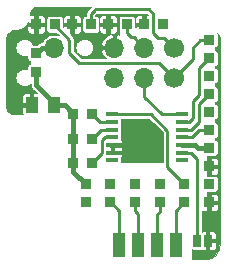
<source format=gtl>
%TF.GenerationSoftware,KiCad,Pcbnew,(5.1.2-1)-1*%
%TF.CreationDate,2020-12-17T17:00:40+01:00*%
%TF.ProjectId,n64_rgb_amp,6e36345f-7267-4625-9f61-6d702e6b6963,1.1*%
%TF.SameCoordinates,Original*%
%TF.FileFunction,Copper,L1,Top*%
%TF.FilePolarity,Positive*%
%FSLAX46Y46*%
G04 Gerber Fmt 4.6, Leading zero omitted, Abs format (unit mm)*
G04 Created by KiCad (PCBNEW (5.1.2-1)-1) date 2020-12-17 17:00:40*
%MOMM*%
%LPD*%
G04 APERTURE LIST*
%ADD10R,1.050000X2.100000*%
%ADD11R,0.750000X1.000000*%
%ADD12R,1.000000X0.400000*%
%ADD13R,0.950000X0.875000*%
%ADD14R,0.875000X0.950000*%
%ADD15R,0.975000X1.400000*%
%ADD16O,1.700000X1.700000*%
%ADD17C,1.700000*%
%ADD18C,0.400000*%
%ADD19C,0.550000*%
%ADD20C,0.320000*%
%ADD21C,0.406400*%
%ADD22C,0.400000*%
%ADD23C,0.254000*%
%ADD24C,0.101600*%
G04 APERTURE END LIST*
D10*
X150625000Y-114495000D03*
X149025000Y-114495000D03*
X153825000Y-114495000D03*
X152225000Y-114495000D03*
D11*
X155640000Y-114137500D03*
X156540000Y-114137500D03*
D12*
X154355000Y-103425000D03*
X154355000Y-104075000D03*
X154355000Y-104725000D03*
X154355000Y-105375000D03*
X154355000Y-106025000D03*
X154355000Y-106675000D03*
X154355000Y-107325000D03*
X148455000Y-107325000D03*
X148455000Y-106675000D03*
X148455000Y-106025000D03*
X148455000Y-105375000D03*
X148455000Y-104725000D03*
X148455000Y-104075000D03*
X148455000Y-103425000D03*
D13*
X156642300Y-98694800D03*
X156642300Y-97119800D03*
X156642300Y-101744800D03*
X156642300Y-100169800D03*
X156642300Y-104794800D03*
X156642300Y-103219800D03*
X156642300Y-110894800D03*
X156642300Y-109319800D03*
X154552300Y-109319800D03*
X154552300Y-110894800D03*
X146192300Y-110894800D03*
X146192300Y-109319800D03*
D14*
X145165200Y-107592300D03*
X146740200Y-107592300D03*
X145165200Y-105502300D03*
X146740200Y-105502300D03*
X145165200Y-103412300D03*
X146740200Y-103412300D03*
D15*
X141630000Y-102651000D03*
X143505000Y-102651000D03*
D16*
X143545000Y-97785000D03*
X148625000Y-100325000D03*
X148625000Y-97785000D03*
X151165000Y-100325000D03*
X151165000Y-97785000D03*
D17*
X153705000Y-100325000D03*
X153705000Y-97785000D03*
D13*
X141997300Y-99829800D03*
X141997300Y-98254800D03*
X156642300Y-107844800D03*
X156642300Y-106269800D03*
X152462300Y-109319800D03*
X152462300Y-110894800D03*
X150372300Y-109319800D03*
X150372300Y-110894800D03*
X148282300Y-109319800D03*
X148282300Y-110894800D03*
D14*
X151145200Y-95822300D03*
X152720200Y-95822300D03*
X148095200Y-95822300D03*
X149670200Y-95822300D03*
X145045200Y-95822300D03*
X146620200Y-95822300D03*
X141995200Y-95822300D03*
X143570200Y-95822300D03*
D18*
X150985000Y-106035000D03*
X150385000Y-106035000D03*
D19*
X151145200Y-95822300D03*
D18*
X156385000Y-111895000D03*
X156985000Y-111895000D03*
X151585000Y-106035000D03*
X151885000Y-105435000D03*
X150685000Y-105435000D03*
X150985000Y-104835000D03*
X151585000Y-104835000D03*
X139645000Y-100770000D03*
X139645000Y-98970000D03*
X139645000Y-102570000D03*
X139645000Y-97170000D03*
X144300000Y-94770000D03*
D20*
X157355000Y-107057300D03*
D18*
X156690000Y-115295000D03*
X150085000Y-105435000D03*
X150385000Y-104835000D03*
X151285000Y-105435000D03*
X141995200Y-97170000D03*
D20*
X157355000Y-110107300D03*
D18*
X156090000Y-115295000D03*
X155490000Y-115295000D03*
X157355000Y-104007300D03*
X157355000Y-100957300D03*
X157355000Y-97907300D03*
D19*
X156642300Y-106269800D03*
X143505000Y-102651000D03*
X146740200Y-103412300D03*
X148282300Y-109319800D03*
X150372300Y-109319800D03*
X146740200Y-105502300D03*
X156642300Y-100169800D03*
X152462300Y-109319800D03*
X146740200Y-107592300D03*
X156642300Y-103219800D03*
X152720200Y-95822300D03*
X146192300Y-110894800D03*
X155630000Y-114137500D03*
X156642300Y-109319800D03*
X154552300Y-109319800D03*
D21*
X145165200Y-108292700D02*
X146192300Y-109319800D01*
D22*
X143505000Y-102761000D02*
X143505000Y-102761000D01*
X146192300Y-109319800D02*
X146192300Y-109312300D01*
X143505000Y-102761000D02*
X143505000Y-102548500D01*
D21*
X143505000Y-102651000D02*
X143505000Y-102438500D01*
X143505000Y-102438500D02*
X141997300Y-100930800D01*
X144403900Y-102651000D02*
X145165200Y-103412300D01*
X143505000Y-102651000D02*
X144403900Y-102651000D01*
D22*
X155689800Y-106269800D02*
X155445000Y-106025000D01*
X156642300Y-106269800D02*
X155689800Y-106269800D01*
X155445000Y-106025000D02*
X154355000Y-106025000D01*
D21*
X145165200Y-103412300D02*
X145165200Y-108292700D01*
X141997300Y-99829800D02*
X141997300Y-100930800D01*
D23*
X148455000Y-104075000D02*
X147402900Y-104075000D01*
X147402900Y-104075000D02*
X146740200Y-103412300D01*
X155917300Y-97119800D02*
X155250000Y-97787100D01*
X155250000Y-98780000D02*
X153705000Y-100325000D01*
X156642300Y-97119800D02*
X155917300Y-97119800D01*
X155250000Y-97787100D02*
X155250000Y-98780000D01*
X143570200Y-95859800D02*
X144815000Y-97104600D01*
X144815000Y-97104600D02*
X144815000Y-98260000D01*
X143570200Y-95822300D02*
X143570200Y-95859800D01*
X144815000Y-98260000D02*
X145615000Y-99060000D01*
X145615000Y-99060000D02*
X152440000Y-99060000D01*
X152440000Y-99060000D02*
X153705000Y-100325000D01*
X148455000Y-104725000D02*
X147517500Y-104725000D01*
X147517500Y-104725000D02*
X146740200Y-105502300D01*
X152345001Y-96935001D02*
X151930000Y-96520000D01*
X153705000Y-97785000D02*
X152855001Y-96935001D01*
X152855001Y-96935001D02*
X152345001Y-96935001D01*
X146620200Y-94909800D02*
X146949800Y-94580200D01*
X146620200Y-95822300D02*
X146620200Y-94909800D01*
X151930000Y-94940000D02*
X151930000Y-96520000D01*
X151540000Y-94550000D02*
X151930000Y-94940000D01*
X146980000Y-94550000D02*
X151540000Y-94550000D01*
X147570000Y-105640000D02*
X147835000Y-105375000D01*
X146740200Y-107554800D02*
X146740200Y-107592300D01*
X147570000Y-106725000D02*
X146740200Y-107554800D01*
X147570000Y-105640000D02*
X147570000Y-106725000D01*
X148455000Y-105375000D02*
X147835000Y-105375000D01*
X149670200Y-96570200D02*
X149670200Y-95822300D01*
X150310000Y-96930000D02*
X150030000Y-96930000D01*
X151165000Y-97785000D02*
X150310000Y-96930000D01*
X150030000Y-96930000D02*
X149670200Y-96570200D01*
X154355000Y-103425000D02*
X152635000Y-103425000D01*
X151165000Y-101955000D02*
X152635000Y-103425000D01*
X151165000Y-100325000D02*
X151165000Y-101955000D01*
D21*
X142467100Y-97785000D02*
X141997300Y-98254800D01*
X143545000Y-97785000D02*
X142467100Y-97785000D01*
D23*
X155630000Y-107180000D02*
X155125000Y-106675000D01*
X155125000Y-106675000D02*
X154355000Y-106675000D01*
X155630000Y-114137500D02*
X155630000Y-107180000D01*
X154514800Y-109319800D02*
X153090000Y-107895000D01*
X153090000Y-107895000D02*
X153090000Y-104810000D01*
X153090000Y-104810000D02*
X151705000Y-103425000D01*
X151705000Y-103425000D02*
X148455000Y-103425000D01*
X150625000Y-111915400D02*
X150372300Y-111662700D01*
X150625000Y-114495000D02*
X150625000Y-111915400D01*
X150372300Y-111662700D02*
X150372300Y-110894800D01*
X148319800Y-110894800D02*
X149025000Y-111600000D01*
X149025000Y-111600000D02*
X149025000Y-114495000D01*
X148282300Y-110894800D02*
X148319800Y-110894800D01*
D22*
X152225000Y-114495000D02*
X152225000Y-114885000D01*
D23*
X152225000Y-114495000D02*
X152225000Y-111915400D01*
X152462300Y-111678100D02*
X152462300Y-110894800D01*
X152225000Y-111915400D02*
X152462300Y-111678100D01*
X154514800Y-110894800D02*
X153825000Y-111584600D01*
X154552300Y-110894800D02*
X154514800Y-110894800D01*
X153825000Y-111584600D02*
X153825000Y-114495000D01*
X156604800Y-98694800D02*
X155780000Y-99519600D01*
X156642300Y-98694800D02*
X156604800Y-98694800D01*
X154985000Y-104075000D02*
X154355000Y-104075000D01*
X155270000Y-103790000D02*
X154985000Y-104075000D01*
X155270000Y-102350000D02*
X155270000Y-103790000D01*
X155780000Y-101840000D02*
X155270000Y-102350000D01*
X155780000Y-99519600D02*
X155780000Y-101840000D01*
X155109000Y-104725000D02*
X155780000Y-104054000D01*
X154355000Y-104725000D02*
X155109000Y-104725000D01*
X155780000Y-102569600D02*
X155780000Y-104054000D01*
X156604800Y-101744800D02*
X155780000Y-102569600D01*
X156642300Y-101744800D02*
X156604800Y-101744800D01*
X155805200Y-104794800D02*
X155225000Y-105375000D01*
X156642300Y-104794800D02*
X155805200Y-104794800D01*
X155225000Y-105375000D02*
X154355000Y-105375000D01*
D24*
G36*
X157331260Y-96535091D02*
G01*
X157423289Y-96646335D01*
X157491955Y-96773331D01*
X157534648Y-96911250D01*
X157551001Y-97066829D01*
X157551000Y-114437332D01*
X157526147Y-114690802D01*
X157456212Y-114922440D01*
X157342622Y-115136070D01*
X157189695Y-115323576D01*
X157003263Y-115477806D01*
X156790424Y-115592888D01*
X156559288Y-115664437D01*
X156306549Y-115691000D01*
X155160800Y-115691000D01*
X155160800Y-114869811D01*
X155167328Y-114873300D01*
X155215207Y-114887824D01*
X155265000Y-114892728D01*
X155995909Y-114892728D01*
X156047794Y-114920461D01*
X156105249Y-114937890D01*
X156165000Y-114943775D01*
X156324100Y-114942300D01*
X156400300Y-114866100D01*
X156400300Y-114277200D01*
X156679700Y-114277200D01*
X156679700Y-114866100D01*
X156755900Y-114942300D01*
X156915000Y-114943775D01*
X156974751Y-114937890D01*
X157032206Y-114920461D01*
X157085157Y-114892158D01*
X157131569Y-114854069D01*
X157169658Y-114807657D01*
X157197961Y-114754706D01*
X157215390Y-114697251D01*
X157221275Y-114637500D01*
X157219800Y-114353400D01*
X157143600Y-114277200D01*
X156679700Y-114277200D01*
X156400300Y-114277200D01*
X156380300Y-114277200D01*
X156380300Y-113997800D01*
X156400300Y-113997800D01*
X156400300Y-113408900D01*
X156679700Y-113408900D01*
X156679700Y-113997800D01*
X157143600Y-113997800D01*
X157219800Y-113921600D01*
X157221275Y-113637500D01*
X157215390Y-113577749D01*
X157197961Y-113520294D01*
X157169658Y-113467343D01*
X157131569Y-113420931D01*
X157085157Y-113382842D01*
X157032206Y-113354539D01*
X156974751Y-113337110D01*
X156915000Y-113331225D01*
X156755900Y-113332700D01*
X156679700Y-113408900D01*
X156400300Y-113408900D01*
X156324100Y-113332700D01*
X156165000Y-113331225D01*
X156105249Y-113337110D01*
X156047794Y-113354539D01*
X156011000Y-113374206D01*
X156011000Y-111594365D01*
X156050094Y-111615261D01*
X156107549Y-111632690D01*
X156167300Y-111638575D01*
X156426400Y-111637100D01*
X156502600Y-111560900D01*
X156502600Y-111340441D01*
X156504824Y-111333110D01*
X156505800Y-111323199D01*
X156505800Y-111034500D01*
X156782000Y-111034500D01*
X156782000Y-111560900D01*
X156858200Y-111637100D01*
X157117300Y-111638575D01*
X157177051Y-111632690D01*
X157234506Y-111615261D01*
X157287457Y-111586958D01*
X157333869Y-111548869D01*
X157371958Y-111502457D01*
X157400261Y-111449506D01*
X157417690Y-111392051D01*
X157423575Y-111332300D01*
X157422100Y-111110700D01*
X157345900Y-111034500D01*
X156782000Y-111034500D01*
X156505800Y-111034500D01*
X156505800Y-110228700D01*
X156782000Y-110228700D01*
X156782000Y-110755100D01*
X157345900Y-110755100D01*
X157422100Y-110678900D01*
X157423575Y-110457300D01*
X157417690Y-110397549D01*
X157400261Y-110340094D01*
X157371958Y-110287143D01*
X157333869Y-110240731D01*
X157287457Y-110202642D01*
X157234506Y-110174339D01*
X157177051Y-110156910D01*
X157117300Y-110151025D01*
X156858200Y-110152500D01*
X156782000Y-110228700D01*
X156505800Y-110228700D01*
X156505800Y-110012528D01*
X157117300Y-110012528D01*
X157167093Y-110007624D01*
X157214972Y-109993100D01*
X157259097Y-109969514D01*
X157297773Y-109937773D01*
X157329514Y-109899097D01*
X157353100Y-109854972D01*
X157367624Y-109807093D01*
X157372528Y-109757300D01*
X157372528Y-108882300D01*
X157367624Y-108832507D01*
X157353100Y-108784628D01*
X157329514Y-108740503D01*
X157297773Y-108701827D01*
X157259097Y-108670086D01*
X157214972Y-108646500D01*
X157167093Y-108631976D01*
X157117300Y-108627072D01*
X156505800Y-108627072D01*
X156505800Y-107984500D01*
X156782000Y-107984500D01*
X156782000Y-108510900D01*
X156858200Y-108587100D01*
X157117300Y-108588575D01*
X157177051Y-108582690D01*
X157234506Y-108565261D01*
X157287457Y-108536958D01*
X157333869Y-108498869D01*
X157371958Y-108452457D01*
X157400261Y-108399506D01*
X157417690Y-108342051D01*
X157423575Y-108282300D01*
X157422100Y-108060700D01*
X157345900Y-107984500D01*
X156782000Y-107984500D01*
X156505800Y-107984500D01*
X156505800Y-107178700D01*
X156782000Y-107178700D01*
X156782000Y-107705100D01*
X157345900Y-107705100D01*
X157422100Y-107628900D01*
X157423575Y-107407300D01*
X157417690Y-107347549D01*
X157400261Y-107290094D01*
X157371958Y-107237143D01*
X157333869Y-107190731D01*
X157287457Y-107152642D01*
X157234506Y-107124339D01*
X157177051Y-107106910D01*
X157117300Y-107101025D01*
X156858200Y-107102500D01*
X156782000Y-107178700D01*
X156505800Y-107178700D01*
X156505800Y-106962528D01*
X157117300Y-106962528D01*
X157167093Y-106957624D01*
X157214972Y-106943100D01*
X157259097Y-106919514D01*
X157297773Y-106887773D01*
X157329514Y-106849097D01*
X157353100Y-106804972D01*
X157367624Y-106757093D01*
X157372528Y-106707300D01*
X157372528Y-105832300D01*
X157367624Y-105782507D01*
X157353100Y-105734628D01*
X157329514Y-105690503D01*
X157297773Y-105651827D01*
X157259097Y-105620086D01*
X157214972Y-105596500D01*
X157167093Y-105581976D01*
X157165800Y-105581849D01*
X157165800Y-105482751D01*
X157167093Y-105482624D01*
X157214972Y-105468100D01*
X157259097Y-105444514D01*
X157297773Y-105412773D01*
X157329514Y-105374097D01*
X157353100Y-105329972D01*
X157367624Y-105282093D01*
X157372528Y-105232300D01*
X157372528Y-104357300D01*
X157367624Y-104307507D01*
X157353100Y-104259628D01*
X157329514Y-104215503D01*
X157297773Y-104176827D01*
X157259097Y-104145086D01*
X157214972Y-104121500D01*
X157167093Y-104106976D01*
X157165800Y-104106849D01*
X157165800Y-103907751D01*
X157167093Y-103907624D01*
X157214972Y-103893100D01*
X157259097Y-103869514D01*
X157297773Y-103837773D01*
X157329514Y-103799097D01*
X157353100Y-103754972D01*
X157367624Y-103707093D01*
X157372528Y-103657300D01*
X157372528Y-102782300D01*
X157367624Y-102732507D01*
X157353100Y-102684628D01*
X157329514Y-102640503D01*
X157297773Y-102601827D01*
X157259097Y-102570086D01*
X157214972Y-102546500D01*
X157167093Y-102531976D01*
X157165800Y-102531849D01*
X157165800Y-102432751D01*
X157167093Y-102432624D01*
X157214972Y-102418100D01*
X157259097Y-102394514D01*
X157297773Y-102362773D01*
X157329514Y-102324097D01*
X157353100Y-102279972D01*
X157367624Y-102232093D01*
X157372528Y-102182300D01*
X157372528Y-101307300D01*
X157367624Y-101257507D01*
X157353100Y-101209628D01*
X157329514Y-101165503D01*
X157297773Y-101126827D01*
X157259097Y-101095086D01*
X157214972Y-101071500D01*
X157167093Y-101056976D01*
X157165800Y-101056849D01*
X157165800Y-100857751D01*
X157167093Y-100857624D01*
X157214972Y-100843100D01*
X157259097Y-100819514D01*
X157297773Y-100787773D01*
X157329514Y-100749097D01*
X157353100Y-100704972D01*
X157367624Y-100657093D01*
X157372528Y-100607300D01*
X157372528Y-99732300D01*
X157367624Y-99682507D01*
X157353100Y-99634628D01*
X157329514Y-99590503D01*
X157297773Y-99551827D01*
X157259097Y-99520086D01*
X157214972Y-99496500D01*
X157167093Y-99481976D01*
X157165800Y-99481849D01*
X157165800Y-99382751D01*
X157167093Y-99382624D01*
X157214972Y-99368100D01*
X157259097Y-99344514D01*
X157297773Y-99312773D01*
X157329514Y-99274097D01*
X157353100Y-99229972D01*
X157367624Y-99182093D01*
X157372528Y-99132300D01*
X157372528Y-98257300D01*
X157367624Y-98207507D01*
X157353100Y-98159628D01*
X157329514Y-98115503D01*
X157297773Y-98076827D01*
X157259097Y-98045086D01*
X157214972Y-98021500D01*
X157167093Y-98006976D01*
X157165800Y-98006849D01*
X157165800Y-97807751D01*
X157167093Y-97807624D01*
X157214972Y-97793100D01*
X157259097Y-97769514D01*
X157297773Y-97737773D01*
X157329514Y-97699097D01*
X157353100Y-97654972D01*
X157367624Y-97607093D01*
X157372528Y-97557300D01*
X157372528Y-96682300D01*
X157367624Y-96632507D01*
X157353100Y-96584628D01*
X157329514Y-96540503D01*
X157312547Y-96519829D01*
X157331260Y-96535091D01*
X157331260Y-96535091D01*
G37*
X157331260Y-96535091D02*
X157423289Y-96646335D01*
X157491955Y-96773331D01*
X157534648Y-96911250D01*
X157551001Y-97066829D01*
X157551000Y-114437332D01*
X157526147Y-114690802D01*
X157456212Y-114922440D01*
X157342622Y-115136070D01*
X157189695Y-115323576D01*
X157003263Y-115477806D01*
X156790424Y-115592888D01*
X156559288Y-115664437D01*
X156306549Y-115691000D01*
X155160800Y-115691000D01*
X155160800Y-114869811D01*
X155167328Y-114873300D01*
X155215207Y-114887824D01*
X155265000Y-114892728D01*
X155995909Y-114892728D01*
X156047794Y-114920461D01*
X156105249Y-114937890D01*
X156165000Y-114943775D01*
X156324100Y-114942300D01*
X156400300Y-114866100D01*
X156400300Y-114277200D01*
X156679700Y-114277200D01*
X156679700Y-114866100D01*
X156755900Y-114942300D01*
X156915000Y-114943775D01*
X156974751Y-114937890D01*
X157032206Y-114920461D01*
X157085157Y-114892158D01*
X157131569Y-114854069D01*
X157169658Y-114807657D01*
X157197961Y-114754706D01*
X157215390Y-114697251D01*
X157221275Y-114637500D01*
X157219800Y-114353400D01*
X157143600Y-114277200D01*
X156679700Y-114277200D01*
X156400300Y-114277200D01*
X156380300Y-114277200D01*
X156380300Y-113997800D01*
X156400300Y-113997800D01*
X156400300Y-113408900D01*
X156679700Y-113408900D01*
X156679700Y-113997800D01*
X157143600Y-113997800D01*
X157219800Y-113921600D01*
X157221275Y-113637500D01*
X157215390Y-113577749D01*
X157197961Y-113520294D01*
X157169658Y-113467343D01*
X157131569Y-113420931D01*
X157085157Y-113382842D01*
X157032206Y-113354539D01*
X156974751Y-113337110D01*
X156915000Y-113331225D01*
X156755900Y-113332700D01*
X156679700Y-113408900D01*
X156400300Y-113408900D01*
X156324100Y-113332700D01*
X156165000Y-113331225D01*
X156105249Y-113337110D01*
X156047794Y-113354539D01*
X156011000Y-113374206D01*
X156011000Y-111594365D01*
X156050094Y-111615261D01*
X156107549Y-111632690D01*
X156167300Y-111638575D01*
X156426400Y-111637100D01*
X156502600Y-111560900D01*
X156502600Y-111340441D01*
X156504824Y-111333110D01*
X156505800Y-111323199D01*
X156505800Y-111034500D01*
X156782000Y-111034500D01*
X156782000Y-111560900D01*
X156858200Y-111637100D01*
X157117300Y-111638575D01*
X157177051Y-111632690D01*
X157234506Y-111615261D01*
X157287457Y-111586958D01*
X157333869Y-111548869D01*
X157371958Y-111502457D01*
X157400261Y-111449506D01*
X157417690Y-111392051D01*
X157423575Y-111332300D01*
X157422100Y-111110700D01*
X157345900Y-111034500D01*
X156782000Y-111034500D01*
X156505800Y-111034500D01*
X156505800Y-110228700D01*
X156782000Y-110228700D01*
X156782000Y-110755100D01*
X157345900Y-110755100D01*
X157422100Y-110678900D01*
X157423575Y-110457300D01*
X157417690Y-110397549D01*
X157400261Y-110340094D01*
X157371958Y-110287143D01*
X157333869Y-110240731D01*
X157287457Y-110202642D01*
X157234506Y-110174339D01*
X157177051Y-110156910D01*
X157117300Y-110151025D01*
X156858200Y-110152500D01*
X156782000Y-110228700D01*
X156505800Y-110228700D01*
X156505800Y-110012528D01*
X157117300Y-110012528D01*
X157167093Y-110007624D01*
X157214972Y-109993100D01*
X157259097Y-109969514D01*
X157297773Y-109937773D01*
X157329514Y-109899097D01*
X157353100Y-109854972D01*
X157367624Y-109807093D01*
X157372528Y-109757300D01*
X157372528Y-108882300D01*
X157367624Y-108832507D01*
X157353100Y-108784628D01*
X157329514Y-108740503D01*
X157297773Y-108701827D01*
X157259097Y-108670086D01*
X157214972Y-108646500D01*
X157167093Y-108631976D01*
X157117300Y-108627072D01*
X156505800Y-108627072D01*
X156505800Y-107984500D01*
X156782000Y-107984500D01*
X156782000Y-108510900D01*
X156858200Y-108587100D01*
X157117300Y-108588575D01*
X157177051Y-108582690D01*
X157234506Y-108565261D01*
X157287457Y-108536958D01*
X157333869Y-108498869D01*
X157371958Y-108452457D01*
X157400261Y-108399506D01*
X157417690Y-108342051D01*
X157423575Y-108282300D01*
X157422100Y-108060700D01*
X157345900Y-107984500D01*
X156782000Y-107984500D01*
X156505800Y-107984500D01*
X156505800Y-107178700D01*
X156782000Y-107178700D01*
X156782000Y-107705100D01*
X157345900Y-107705100D01*
X157422100Y-107628900D01*
X157423575Y-107407300D01*
X157417690Y-107347549D01*
X157400261Y-107290094D01*
X157371958Y-107237143D01*
X157333869Y-107190731D01*
X157287457Y-107152642D01*
X157234506Y-107124339D01*
X157177051Y-107106910D01*
X157117300Y-107101025D01*
X156858200Y-107102500D01*
X156782000Y-107178700D01*
X156505800Y-107178700D01*
X156505800Y-106962528D01*
X157117300Y-106962528D01*
X157167093Y-106957624D01*
X157214972Y-106943100D01*
X157259097Y-106919514D01*
X157297773Y-106887773D01*
X157329514Y-106849097D01*
X157353100Y-106804972D01*
X157367624Y-106757093D01*
X157372528Y-106707300D01*
X157372528Y-105832300D01*
X157367624Y-105782507D01*
X157353100Y-105734628D01*
X157329514Y-105690503D01*
X157297773Y-105651827D01*
X157259097Y-105620086D01*
X157214972Y-105596500D01*
X157167093Y-105581976D01*
X157165800Y-105581849D01*
X157165800Y-105482751D01*
X157167093Y-105482624D01*
X157214972Y-105468100D01*
X157259097Y-105444514D01*
X157297773Y-105412773D01*
X157329514Y-105374097D01*
X157353100Y-105329972D01*
X157367624Y-105282093D01*
X157372528Y-105232300D01*
X157372528Y-104357300D01*
X157367624Y-104307507D01*
X157353100Y-104259628D01*
X157329514Y-104215503D01*
X157297773Y-104176827D01*
X157259097Y-104145086D01*
X157214972Y-104121500D01*
X157167093Y-104106976D01*
X157165800Y-104106849D01*
X157165800Y-103907751D01*
X157167093Y-103907624D01*
X157214972Y-103893100D01*
X157259097Y-103869514D01*
X157297773Y-103837773D01*
X157329514Y-103799097D01*
X157353100Y-103754972D01*
X157367624Y-103707093D01*
X157372528Y-103657300D01*
X157372528Y-102782300D01*
X157367624Y-102732507D01*
X157353100Y-102684628D01*
X157329514Y-102640503D01*
X157297773Y-102601827D01*
X157259097Y-102570086D01*
X157214972Y-102546500D01*
X157167093Y-102531976D01*
X157165800Y-102531849D01*
X157165800Y-102432751D01*
X157167093Y-102432624D01*
X157214972Y-102418100D01*
X157259097Y-102394514D01*
X157297773Y-102362773D01*
X157329514Y-102324097D01*
X157353100Y-102279972D01*
X157367624Y-102232093D01*
X157372528Y-102182300D01*
X157372528Y-101307300D01*
X157367624Y-101257507D01*
X157353100Y-101209628D01*
X157329514Y-101165503D01*
X157297773Y-101126827D01*
X157259097Y-101095086D01*
X157214972Y-101071500D01*
X157167093Y-101056976D01*
X157165800Y-101056849D01*
X157165800Y-100857751D01*
X157167093Y-100857624D01*
X157214972Y-100843100D01*
X157259097Y-100819514D01*
X157297773Y-100787773D01*
X157329514Y-100749097D01*
X157353100Y-100704972D01*
X157367624Y-100657093D01*
X157372528Y-100607300D01*
X157372528Y-99732300D01*
X157367624Y-99682507D01*
X157353100Y-99634628D01*
X157329514Y-99590503D01*
X157297773Y-99551827D01*
X157259097Y-99520086D01*
X157214972Y-99496500D01*
X157167093Y-99481976D01*
X157165800Y-99481849D01*
X157165800Y-99382751D01*
X157167093Y-99382624D01*
X157214972Y-99368100D01*
X157259097Y-99344514D01*
X157297773Y-99312773D01*
X157329514Y-99274097D01*
X157353100Y-99229972D01*
X157367624Y-99182093D01*
X157372528Y-99132300D01*
X157372528Y-98257300D01*
X157367624Y-98207507D01*
X157353100Y-98159628D01*
X157329514Y-98115503D01*
X157297773Y-98076827D01*
X157259097Y-98045086D01*
X157214972Y-98021500D01*
X157167093Y-98006976D01*
X157165800Y-98006849D01*
X157165800Y-97807751D01*
X157167093Y-97807624D01*
X157214972Y-97793100D01*
X157259097Y-97769514D01*
X157297773Y-97737773D01*
X157329514Y-97699097D01*
X157353100Y-97654972D01*
X157367624Y-97607093D01*
X157372528Y-97557300D01*
X157372528Y-96682300D01*
X157367624Y-96632507D01*
X157353100Y-96584628D01*
X157329514Y-96540503D01*
X157312547Y-96519829D01*
X157331260Y-96535091D01*
G36*
X152709001Y-104967816D02*
G01*
X152709000Y-107474200D01*
X149210228Y-107474200D01*
X149210228Y-107125000D01*
X149205324Y-107075207D01*
X149199908Y-107057351D01*
X149207566Y-107048248D01*
X149236512Y-106995646D01*
X149254640Y-106938407D01*
X149259800Y-106890900D01*
X149183600Y-106814700D01*
X148594700Y-106814700D01*
X148594700Y-106834700D01*
X148315300Y-106834700D01*
X148315300Y-106814700D01*
X148295300Y-106814700D01*
X148295300Y-106535300D01*
X148315300Y-106535300D01*
X148315300Y-106164700D01*
X148594700Y-106164700D01*
X148594700Y-106535300D01*
X149183600Y-106535300D01*
X149259800Y-106459100D01*
X149254640Y-106411593D01*
X149236512Y-106354354D01*
X149234116Y-106350000D01*
X149236512Y-106345646D01*
X149254640Y-106288407D01*
X149259800Y-106240900D01*
X149183600Y-106164700D01*
X148594700Y-106164700D01*
X148315300Y-106164700D01*
X148295300Y-106164700D01*
X148295300Y-105885300D01*
X148315300Y-105885300D01*
X148315300Y-105865300D01*
X148594700Y-105865300D01*
X148594700Y-105885300D01*
X149183600Y-105885300D01*
X149259800Y-105809100D01*
X149254640Y-105761593D01*
X149236512Y-105704354D01*
X149207566Y-105651752D01*
X149199908Y-105642649D01*
X149205324Y-105624793D01*
X149210228Y-105575000D01*
X149210228Y-105175000D01*
X149205324Y-105125207D01*
X149190800Y-105077328D01*
X149176192Y-105050000D01*
X149190800Y-105022672D01*
X149205324Y-104974793D01*
X149210228Y-104925000D01*
X149210228Y-104525000D01*
X149205324Y-104475207D01*
X149190800Y-104427328D01*
X149176192Y-104400000D01*
X149190800Y-104372672D01*
X149205324Y-104324793D01*
X149210228Y-104275000D01*
X149210228Y-103875000D01*
X149205324Y-103825207D01*
X149199498Y-103806000D01*
X151547186Y-103806000D01*
X152709001Y-104967816D01*
X152709001Y-104967816D01*
G37*
X152709001Y-104967816D02*
X152709000Y-107474200D01*
X149210228Y-107474200D01*
X149210228Y-107125000D01*
X149205324Y-107075207D01*
X149199908Y-107057351D01*
X149207566Y-107048248D01*
X149236512Y-106995646D01*
X149254640Y-106938407D01*
X149259800Y-106890900D01*
X149183600Y-106814700D01*
X148594700Y-106814700D01*
X148594700Y-106834700D01*
X148315300Y-106834700D01*
X148315300Y-106814700D01*
X148295300Y-106814700D01*
X148295300Y-106535300D01*
X148315300Y-106535300D01*
X148315300Y-106164700D01*
X148594700Y-106164700D01*
X148594700Y-106535300D01*
X149183600Y-106535300D01*
X149259800Y-106459100D01*
X149254640Y-106411593D01*
X149236512Y-106354354D01*
X149234116Y-106350000D01*
X149236512Y-106345646D01*
X149254640Y-106288407D01*
X149259800Y-106240900D01*
X149183600Y-106164700D01*
X148594700Y-106164700D01*
X148315300Y-106164700D01*
X148295300Y-106164700D01*
X148295300Y-105885300D01*
X148315300Y-105885300D01*
X148315300Y-105865300D01*
X148594700Y-105865300D01*
X148594700Y-105885300D01*
X149183600Y-105885300D01*
X149259800Y-105809100D01*
X149254640Y-105761593D01*
X149236512Y-105704354D01*
X149207566Y-105651752D01*
X149199908Y-105642649D01*
X149205324Y-105624793D01*
X149210228Y-105575000D01*
X149210228Y-105175000D01*
X149205324Y-105125207D01*
X149190800Y-105077328D01*
X149176192Y-105050000D01*
X149190800Y-105022672D01*
X149205324Y-104974793D01*
X149210228Y-104925000D01*
X149210228Y-104525000D01*
X149205324Y-104475207D01*
X149190800Y-104427328D01*
X149176192Y-104400000D01*
X149190800Y-104372672D01*
X149205324Y-104324793D01*
X149210228Y-104275000D01*
X149210228Y-103875000D01*
X149205324Y-103825207D01*
X149199498Y-103806000D01*
X151547186Y-103806000D01*
X152709001Y-104967816D01*
G36*
X146364027Y-94627159D02*
G01*
X146349490Y-94639089D01*
X146333797Y-94658211D01*
X146301878Y-94697104D01*
X146266499Y-94763293D01*
X146244714Y-94835112D01*
X146237357Y-94909800D01*
X146239201Y-94928520D01*
X146239201Y-95092072D01*
X146182700Y-95092072D01*
X146132907Y-95096976D01*
X146085028Y-95111500D01*
X146040903Y-95135086D01*
X146002227Y-95166827D01*
X145970486Y-95205503D01*
X145946900Y-95249628D01*
X145932376Y-95297507D01*
X145927472Y-95347300D01*
X145927472Y-96297300D01*
X145932376Y-96347093D01*
X145946900Y-96394972D01*
X145970486Y-96439097D01*
X146002227Y-96477773D01*
X146040903Y-96509514D01*
X146085028Y-96533100D01*
X146132907Y-96547624D01*
X146182700Y-96552528D01*
X147057700Y-96552528D01*
X147107493Y-96547624D01*
X147155372Y-96533100D01*
X147199497Y-96509514D01*
X147238173Y-96477773D01*
X147269914Y-96439097D01*
X147293500Y-96394972D01*
X147308024Y-96347093D01*
X147312928Y-96297300D01*
X147351425Y-96297300D01*
X147357310Y-96357051D01*
X147374739Y-96414506D01*
X147403042Y-96467457D01*
X147441131Y-96513869D01*
X147487543Y-96551958D01*
X147540494Y-96580261D01*
X147597949Y-96597690D01*
X147657700Y-96603575D01*
X147879300Y-96602100D01*
X147955500Y-96525900D01*
X147955500Y-95962000D01*
X148234900Y-95962000D01*
X148234900Y-96525900D01*
X148311100Y-96602100D01*
X148532700Y-96603575D01*
X148592451Y-96597690D01*
X148649906Y-96580261D01*
X148702857Y-96551958D01*
X148749269Y-96513869D01*
X148787358Y-96467457D01*
X148815661Y-96414506D01*
X148833090Y-96357051D01*
X148838975Y-96297300D01*
X148837500Y-96038200D01*
X148761300Y-95962000D01*
X148234900Y-95962000D01*
X147955500Y-95962000D01*
X147429100Y-95962000D01*
X147352900Y-96038200D01*
X147351425Y-96297300D01*
X147312928Y-96297300D01*
X147312928Y-95347300D01*
X147351425Y-95347300D01*
X147352900Y-95606400D01*
X147429100Y-95682600D01*
X147955500Y-95682600D01*
X147955500Y-95118700D01*
X148234900Y-95118700D01*
X148234900Y-95682600D01*
X148761300Y-95682600D01*
X148837500Y-95606400D01*
X148838975Y-95347300D01*
X148833090Y-95287549D01*
X148815661Y-95230094D01*
X148787358Y-95177143D01*
X148749269Y-95130731D01*
X148702857Y-95092642D01*
X148649906Y-95064339D01*
X148592451Y-95046910D01*
X148532700Y-95041025D01*
X148311100Y-95042500D01*
X148234900Y-95118700D01*
X147955500Y-95118700D01*
X147879300Y-95042500D01*
X147657700Y-95041025D01*
X147597949Y-95046910D01*
X147540494Y-95064339D01*
X147487543Y-95092642D01*
X147441131Y-95130731D01*
X147403042Y-95177143D01*
X147374739Y-95230094D01*
X147357310Y-95287549D01*
X147351425Y-95347300D01*
X147312928Y-95347300D01*
X147308024Y-95297507D01*
X147293500Y-95249628D01*
X147269914Y-95205503D01*
X147238173Y-95166827D01*
X147199497Y-95135086D01*
X147155372Y-95111500D01*
X147107493Y-95096976D01*
X147057700Y-95092072D01*
X147001200Y-95092072D01*
X147001200Y-95067614D01*
X147137815Y-94931000D01*
X151382186Y-94931000D01*
X151492809Y-95041623D01*
X151361100Y-95042500D01*
X151284900Y-95118700D01*
X151284900Y-95682600D01*
X151304900Y-95682600D01*
X151304900Y-95962000D01*
X151284900Y-95962000D01*
X151284900Y-95982000D01*
X151005500Y-95982000D01*
X151005500Y-95962000D01*
X150479100Y-95962000D01*
X150431900Y-96009200D01*
X150362928Y-96009200D01*
X150362928Y-95347300D01*
X150401425Y-95347300D01*
X150402900Y-95606400D01*
X150479100Y-95682600D01*
X151005500Y-95682600D01*
X151005500Y-95118700D01*
X150929300Y-95042500D01*
X150707700Y-95041025D01*
X150647949Y-95046910D01*
X150590494Y-95064339D01*
X150537543Y-95092642D01*
X150491131Y-95130731D01*
X150453042Y-95177143D01*
X150424739Y-95230094D01*
X150407310Y-95287549D01*
X150401425Y-95347300D01*
X150362928Y-95347300D01*
X150358024Y-95297507D01*
X150343500Y-95249628D01*
X150319914Y-95205503D01*
X150288173Y-95166827D01*
X150249497Y-95135086D01*
X150205372Y-95111500D01*
X150157493Y-95096976D01*
X150107700Y-95092072D01*
X149232700Y-95092072D01*
X149182907Y-95096976D01*
X149135028Y-95111500D01*
X149090903Y-95135086D01*
X149052227Y-95166827D01*
X149020486Y-95205503D01*
X148996900Y-95249628D01*
X148982376Y-95297507D01*
X148977472Y-95347300D01*
X148977472Y-96297300D01*
X148982376Y-96347093D01*
X148996900Y-96394972D01*
X149020486Y-96439097D01*
X149029200Y-96449715D01*
X149029200Y-96708998D01*
X148942305Y-96674641D01*
X148764700Y-96714874D01*
X148764700Y-97572543D01*
X148588986Y-97749172D01*
X148582761Y-97756777D01*
X148578067Y-97765560D01*
X148575176Y-97775089D01*
X148574200Y-97785000D01*
X148574200Y-97944700D01*
X148485300Y-97944700D01*
X148485300Y-97924700D01*
X147555485Y-97924700D01*
X147514648Y-98102304D01*
X147525486Y-98138053D01*
X147615490Y-98345774D01*
X147744289Y-98531945D01*
X147896180Y-98679000D01*
X145772815Y-98679000D01*
X145196000Y-98102186D01*
X145196000Y-97710738D01*
X145331000Y-97710738D01*
X145331000Y-97859262D01*
X145359976Y-98004934D01*
X145416814Y-98142153D01*
X145499330Y-98265647D01*
X145604353Y-98370670D01*
X145727847Y-98453186D01*
X145865066Y-98510024D01*
X146010738Y-98539000D01*
X146159262Y-98539000D01*
X146304934Y-98510024D01*
X146442153Y-98453186D01*
X146565647Y-98370670D01*
X146670670Y-98265647D01*
X146753186Y-98142153D01*
X146810024Y-98004934D01*
X146839000Y-97859262D01*
X146839000Y-97710738D01*
X146810024Y-97565066D01*
X146769693Y-97467696D01*
X147514648Y-97467696D01*
X147555485Y-97645300D01*
X148485300Y-97645300D01*
X148485300Y-96714874D01*
X148307695Y-96674641D01*
X148097172Y-96757879D01*
X147906933Y-96880589D01*
X147744289Y-97038055D01*
X147615490Y-97224226D01*
X147525486Y-97431947D01*
X147514648Y-97467696D01*
X146769693Y-97467696D01*
X146753186Y-97427847D01*
X146670670Y-97304353D01*
X146565647Y-97199330D01*
X146442153Y-97116814D01*
X146304934Y-97059976D01*
X146159262Y-97031000D01*
X146010738Y-97031000D01*
X145865066Y-97059976D01*
X145727847Y-97116814D01*
X145604353Y-97199330D01*
X145499330Y-97304353D01*
X145416814Y-97427847D01*
X145359976Y-97565066D01*
X145331000Y-97710738D01*
X145196000Y-97710738D01*
X145196000Y-97123309D01*
X145197843Y-97104599D01*
X145196000Y-97085887D01*
X145190487Y-97029911D01*
X145168701Y-96958092D01*
X145161211Y-96944080D01*
X145133322Y-96891903D01*
X145097639Y-96848424D01*
X145085711Y-96833889D01*
X145071175Y-96821960D01*
X144840307Y-96591093D01*
X144905500Y-96525900D01*
X144905500Y-95962000D01*
X145184900Y-95962000D01*
X145184900Y-96525900D01*
X145261100Y-96602100D01*
X145482700Y-96603575D01*
X145542451Y-96597690D01*
X145599906Y-96580261D01*
X145652857Y-96551958D01*
X145699269Y-96513869D01*
X145737358Y-96467457D01*
X145765661Y-96414506D01*
X145783090Y-96357051D01*
X145788975Y-96297300D01*
X145787500Y-96038200D01*
X145711300Y-95962000D01*
X145184900Y-95962000D01*
X144905500Y-95962000D01*
X144379100Y-95962000D01*
X144302900Y-96038200D01*
X144302812Y-96053598D01*
X144262928Y-96013714D01*
X144262928Y-95347300D01*
X144301425Y-95347300D01*
X144302900Y-95606400D01*
X144379100Y-95682600D01*
X144905500Y-95682600D01*
X144905500Y-95118700D01*
X145184900Y-95118700D01*
X145184900Y-95682600D01*
X145711300Y-95682600D01*
X145787500Y-95606400D01*
X145788975Y-95347300D01*
X145783090Y-95287549D01*
X145765661Y-95230094D01*
X145737358Y-95177143D01*
X145699269Y-95130731D01*
X145652857Y-95092642D01*
X145599906Y-95064339D01*
X145542451Y-95046910D01*
X145482700Y-95041025D01*
X145261100Y-95042500D01*
X145184900Y-95118700D01*
X144905500Y-95118700D01*
X144829300Y-95042500D01*
X144607700Y-95041025D01*
X144547949Y-95046910D01*
X144490494Y-95064339D01*
X144437543Y-95092642D01*
X144391131Y-95130731D01*
X144353042Y-95177143D01*
X144324739Y-95230094D01*
X144307310Y-95287549D01*
X144301425Y-95347300D01*
X144262928Y-95347300D01*
X144258024Y-95297507D01*
X144243500Y-95249628D01*
X144219914Y-95205503D01*
X144188173Y-95166827D01*
X144149497Y-95135086D01*
X144105372Y-95111500D01*
X144057493Y-95096976D01*
X144007700Y-95092072D01*
X143132700Y-95092072D01*
X143082907Y-95096976D01*
X143035028Y-95111500D01*
X142990903Y-95135086D01*
X142952227Y-95166827D01*
X142920486Y-95205503D01*
X142896900Y-95249628D01*
X142882376Y-95297507D01*
X142877472Y-95347300D01*
X142877472Y-96297300D01*
X142882376Y-96347093D01*
X142896900Y-96394972D01*
X142920486Y-96439097D01*
X142952227Y-96477773D01*
X142990903Y-96509514D01*
X143035028Y-96533100D01*
X143082907Y-96547624D01*
X143132700Y-96552528D01*
X143724114Y-96552528D01*
X143915213Y-96743627D01*
X143761422Y-96696975D01*
X143599227Y-96681000D01*
X143490773Y-96681000D01*
X143328578Y-96696975D01*
X143120474Y-96760103D01*
X142928683Y-96862617D01*
X142760577Y-97000577D01*
X142622617Y-97168683D01*
X142537568Y-97327800D01*
X142489552Y-97327800D01*
X142467100Y-97325589D01*
X142444648Y-97327800D01*
X142444640Y-97327800D01*
X142377473Y-97334415D01*
X142291290Y-97360559D01*
X142211864Y-97403013D01*
X142159692Y-97445829D01*
X142159686Y-97445835D01*
X142142247Y-97460147D01*
X142127934Y-97477587D01*
X142043449Y-97562072D01*
X141728784Y-97562072D01*
X141673186Y-97427847D01*
X141590670Y-97304353D01*
X141485647Y-97199330D01*
X141362153Y-97116814D01*
X141224934Y-97059976D01*
X141079262Y-97031000D01*
X140930738Y-97031000D01*
X140785066Y-97059976D01*
X140647847Y-97116814D01*
X140524353Y-97199330D01*
X140419330Y-97304353D01*
X140336814Y-97427847D01*
X140279976Y-97565066D01*
X140251000Y-97710738D01*
X140251000Y-97859262D01*
X140279976Y-98004934D01*
X140336814Y-98142153D01*
X140419330Y-98265647D01*
X140524353Y-98370670D01*
X140647847Y-98453186D01*
X140785066Y-98510024D01*
X140930738Y-98539000D01*
X141079262Y-98539000D01*
X141224934Y-98510024D01*
X141267072Y-98492570D01*
X141267072Y-98692300D01*
X141271976Y-98742093D01*
X141286500Y-98789972D01*
X141310086Y-98834097D01*
X141341827Y-98872773D01*
X141380503Y-98904514D01*
X141424628Y-98928100D01*
X141469200Y-98941621D01*
X141469200Y-99142979D01*
X141424628Y-99156500D01*
X141380503Y-99180086D01*
X141341827Y-99211827D01*
X141310086Y-99250503D01*
X141286500Y-99294628D01*
X141271976Y-99342507D01*
X141267072Y-99392300D01*
X141267072Y-99617430D01*
X141224934Y-99599976D01*
X141079262Y-99571000D01*
X140930738Y-99571000D01*
X140785066Y-99599976D01*
X140647847Y-99656814D01*
X140524353Y-99739330D01*
X140419330Y-99844353D01*
X140336814Y-99967847D01*
X140279976Y-100105066D01*
X140251000Y-100250738D01*
X140251000Y-100399262D01*
X140279976Y-100544934D01*
X140336814Y-100682153D01*
X140419330Y-100805647D01*
X140524353Y-100910670D01*
X140647847Y-100993186D01*
X140785066Y-101050024D01*
X140930738Y-101079000D01*
X141079262Y-101079000D01*
X141224934Y-101050024D01*
X141362153Y-100993186D01*
X141485647Y-100910670D01*
X141540101Y-100856216D01*
X141540101Y-100908341D01*
X141537889Y-100930800D01*
X141540101Y-100953260D01*
X141546716Y-101020427D01*
X141564485Y-101079000D01*
X141572860Y-101106609D01*
X141613442Y-101182533D01*
X141615314Y-101186036D01*
X141672448Y-101255653D01*
X141689893Y-101269970D01*
X142064933Y-101645010D01*
X141845900Y-101646200D01*
X141769700Y-101722400D01*
X141769700Y-102511300D01*
X141789700Y-102511300D01*
X141789700Y-102790700D01*
X141769700Y-102790700D01*
X141769700Y-102810700D01*
X141490300Y-102810700D01*
X141490300Y-102790700D01*
X140913900Y-102790700D01*
X140837700Y-102866900D01*
X140836225Y-103351000D01*
X140842110Y-103410751D01*
X140854320Y-103451000D01*
X140202668Y-103451000D01*
X140046314Y-103435669D01*
X139908098Y-103393939D01*
X139780625Y-103326160D01*
X139668737Y-103234907D01*
X139576711Y-103123666D01*
X139508045Y-102996669D01*
X139465352Y-102858750D01*
X139449000Y-102703179D01*
X139449000Y-101951000D01*
X140836225Y-101951000D01*
X140837700Y-102435100D01*
X140913900Y-102511300D01*
X141490300Y-102511300D01*
X141490300Y-101722400D01*
X141414100Y-101646200D01*
X141142500Y-101644725D01*
X141082749Y-101650610D01*
X141025294Y-101668039D01*
X140972343Y-101696342D01*
X140925931Y-101734431D01*
X140887842Y-101780843D01*
X140859539Y-101833794D01*
X140842110Y-101891249D01*
X140836225Y-101951000D01*
X139449000Y-101951000D01*
X139449000Y-97072668D01*
X139464331Y-96916314D01*
X139506060Y-96778102D01*
X139573840Y-96650624D01*
X139665091Y-96538740D01*
X139776335Y-96446711D01*
X139903331Y-96378045D01*
X140041250Y-96335352D01*
X140197040Y-96318977D01*
X140197871Y-96318974D01*
X140209132Y-96317831D01*
X140220456Y-96317910D01*
X140224055Y-96317557D01*
X140416780Y-96297300D01*
X141251425Y-96297300D01*
X141257310Y-96357051D01*
X141274739Y-96414506D01*
X141303042Y-96467457D01*
X141341131Y-96513869D01*
X141387543Y-96551958D01*
X141440494Y-96580261D01*
X141497949Y-96597690D01*
X141557700Y-96603575D01*
X141779300Y-96602100D01*
X141855500Y-96525900D01*
X141855500Y-95962000D01*
X142134900Y-95962000D01*
X142134900Y-96525900D01*
X142211100Y-96602100D01*
X142432700Y-96603575D01*
X142492451Y-96597690D01*
X142549906Y-96580261D01*
X142602857Y-96551958D01*
X142649269Y-96513869D01*
X142687358Y-96467457D01*
X142715661Y-96414506D01*
X142733090Y-96357051D01*
X142738975Y-96297300D01*
X142737500Y-96038200D01*
X142661300Y-95962000D01*
X142134900Y-95962000D01*
X141855500Y-95962000D01*
X141329100Y-95962000D01*
X141252900Y-96038200D01*
X141251425Y-96297300D01*
X140416780Y-96297300D01*
X140418151Y-96297156D01*
X140441088Y-96292447D01*
X140464204Y-96288038D01*
X140467666Y-96286992D01*
X140654104Y-96229280D01*
X140675741Y-96220185D01*
X140697510Y-96211390D01*
X140700698Y-96209694D01*
X140700703Y-96209692D01*
X140700707Y-96209689D01*
X140872379Y-96116867D01*
X140891834Y-96103745D01*
X140911484Y-96090886D01*
X140914286Y-96088601D01*
X141064664Y-95964197D01*
X141081212Y-95947533D01*
X141097977Y-95931116D01*
X141100282Y-95928330D01*
X141223632Y-95777088D01*
X141236611Y-95757553D01*
X141249885Y-95738166D01*
X141251605Y-95734985D01*
X141296691Y-95650191D01*
X141329100Y-95682600D01*
X141855500Y-95682600D01*
X141855500Y-95118700D01*
X142134900Y-95118700D01*
X142134900Y-95682600D01*
X142661300Y-95682600D01*
X142737500Y-95606400D01*
X142738975Y-95347300D01*
X142733090Y-95287549D01*
X142715661Y-95230094D01*
X142687358Y-95177143D01*
X142649269Y-95130731D01*
X142602857Y-95092642D01*
X142549906Y-95064339D01*
X142492451Y-95046910D01*
X142432700Y-95041025D01*
X142211100Y-95042500D01*
X142134900Y-95118700D01*
X141855500Y-95118700D01*
X141779300Y-95042500D01*
X141557700Y-95041025D01*
X141497949Y-95046910D01*
X141450103Y-95061424D01*
X141464331Y-94916314D01*
X141506060Y-94778102D01*
X141573840Y-94650624D01*
X141665091Y-94538740D01*
X141776335Y-94446711D01*
X141903331Y-94378045D01*
X142041250Y-94335352D01*
X142196820Y-94319000D01*
X146672185Y-94319000D01*
X146364027Y-94627159D01*
X146364027Y-94627159D01*
G37*
X146364027Y-94627159D02*
X146349490Y-94639089D01*
X146333797Y-94658211D01*
X146301878Y-94697104D01*
X146266499Y-94763293D01*
X146244714Y-94835112D01*
X146237357Y-94909800D01*
X146239201Y-94928520D01*
X146239201Y-95092072D01*
X146182700Y-95092072D01*
X146132907Y-95096976D01*
X146085028Y-95111500D01*
X146040903Y-95135086D01*
X146002227Y-95166827D01*
X145970486Y-95205503D01*
X145946900Y-95249628D01*
X145932376Y-95297507D01*
X145927472Y-95347300D01*
X145927472Y-96297300D01*
X145932376Y-96347093D01*
X145946900Y-96394972D01*
X145970486Y-96439097D01*
X146002227Y-96477773D01*
X146040903Y-96509514D01*
X146085028Y-96533100D01*
X146132907Y-96547624D01*
X146182700Y-96552528D01*
X147057700Y-96552528D01*
X147107493Y-96547624D01*
X147155372Y-96533100D01*
X147199497Y-96509514D01*
X147238173Y-96477773D01*
X147269914Y-96439097D01*
X147293500Y-96394972D01*
X147308024Y-96347093D01*
X147312928Y-96297300D01*
X147351425Y-96297300D01*
X147357310Y-96357051D01*
X147374739Y-96414506D01*
X147403042Y-96467457D01*
X147441131Y-96513869D01*
X147487543Y-96551958D01*
X147540494Y-96580261D01*
X147597949Y-96597690D01*
X147657700Y-96603575D01*
X147879300Y-96602100D01*
X147955500Y-96525900D01*
X147955500Y-95962000D01*
X148234900Y-95962000D01*
X148234900Y-96525900D01*
X148311100Y-96602100D01*
X148532700Y-96603575D01*
X148592451Y-96597690D01*
X148649906Y-96580261D01*
X148702857Y-96551958D01*
X148749269Y-96513869D01*
X148787358Y-96467457D01*
X148815661Y-96414506D01*
X148833090Y-96357051D01*
X148838975Y-96297300D01*
X148837500Y-96038200D01*
X148761300Y-95962000D01*
X148234900Y-95962000D01*
X147955500Y-95962000D01*
X147429100Y-95962000D01*
X147352900Y-96038200D01*
X147351425Y-96297300D01*
X147312928Y-96297300D01*
X147312928Y-95347300D01*
X147351425Y-95347300D01*
X147352900Y-95606400D01*
X147429100Y-95682600D01*
X147955500Y-95682600D01*
X147955500Y-95118700D01*
X148234900Y-95118700D01*
X148234900Y-95682600D01*
X148761300Y-95682600D01*
X148837500Y-95606400D01*
X148838975Y-95347300D01*
X148833090Y-95287549D01*
X148815661Y-95230094D01*
X148787358Y-95177143D01*
X148749269Y-95130731D01*
X148702857Y-95092642D01*
X148649906Y-95064339D01*
X148592451Y-95046910D01*
X148532700Y-95041025D01*
X148311100Y-95042500D01*
X148234900Y-95118700D01*
X147955500Y-95118700D01*
X147879300Y-95042500D01*
X147657700Y-95041025D01*
X147597949Y-95046910D01*
X147540494Y-95064339D01*
X147487543Y-95092642D01*
X147441131Y-95130731D01*
X147403042Y-95177143D01*
X147374739Y-95230094D01*
X147357310Y-95287549D01*
X147351425Y-95347300D01*
X147312928Y-95347300D01*
X147308024Y-95297507D01*
X147293500Y-95249628D01*
X147269914Y-95205503D01*
X147238173Y-95166827D01*
X147199497Y-95135086D01*
X147155372Y-95111500D01*
X147107493Y-95096976D01*
X147057700Y-95092072D01*
X147001200Y-95092072D01*
X147001200Y-95067614D01*
X147137815Y-94931000D01*
X151382186Y-94931000D01*
X151492809Y-95041623D01*
X151361100Y-95042500D01*
X151284900Y-95118700D01*
X151284900Y-95682600D01*
X151304900Y-95682600D01*
X151304900Y-95962000D01*
X151284900Y-95962000D01*
X151284900Y-95982000D01*
X151005500Y-95982000D01*
X151005500Y-95962000D01*
X150479100Y-95962000D01*
X150431900Y-96009200D01*
X150362928Y-96009200D01*
X150362928Y-95347300D01*
X150401425Y-95347300D01*
X150402900Y-95606400D01*
X150479100Y-95682600D01*
X151005500Y-95682600D01*
X151005500Y-95118700D01*
X150929300Y-95042500D01*
X150707700Y-95041025D01*
X150647949Y-95046910D01*
X150590494Y-95064339D01*
X150537543Y-95092642D01*
X150491131Y-95130731D01*
X150453042Y-95177143D01*
X150424739Y-95230094D01*
X150407310Y-95287549D01*
X150401425Y-95347300D01*
X150362928Y-95347300D01*
X150358024Y-95297507D01*
X150343500Y-95249628D01*
X150319914Y-95205503D01*
X150288173Y-95166827D01*
X150249497Y-95135086D01*
X150205372Y-95111500D01*
X150157493Y-95096976D01*
X150107700Y-95092072D01*
X149232700Y-95092072D01*
X149182907Y-95096976D01*
X149135028Y-95111500D01*
X149090903Y-95135086D01*
X149052227Y-95166827D01*
X149020486Y-95205503D01*
X148996900Y-95249628D01*
X148982376Y-95297507D01*
X148977472Y-95347300D01*
X148977472Y-96297300D01*
X148982376Y-96347093D01*
X148996900Y-96394972D01*
X149020486Y-96439097D01*
X149029200Y-96449715D01*
X149029200Y-96708998D01*
X148942305Y-96674641D01*
X148764700Y-96714874D01*
X148764700Y-97572543D01*
X148588986Y-97749172D01*
X148582761Y-97756777D01*
X148578067Y-97765560D01*
X148575176Y-97775089D01*
X148574200Y-97785000D01*
X148574200Y-97944700D01*
X148485300Y-97944700D01*
X148485300Y-97924700D01*
X147555485Y-97924700D01*
X147514648Y-98102304D01*
X147525486Y-98138053D01*
X147615490Y-98345774D01*
X147744289Y-98531945D01*
X147896180Y-98679000D01*
X145772815Y-98679000D01*
X145196000Y-98102186D01*
X145196000Y-97710738D01*
X145331000Y-97710738D01*
X145331000Y-97859262D01*
X145359976Y-98004934D01*
X145416814Y-98142153D01*
X145499330Y-98265647D01*
X145604353Y-98370670D01*
X145727847Y-98453186D01*
X145865066Y-98510024D01*
X146010738Y-98539000D01*
X146159262Y-98539000D01*
X146304934Y-98510024D01*
X146442153Y-98453186D01*
X146565647Y-98370670D01*
X146670670Y-98265647D01*
X146753186Y-98142153D01*
X146810024Y-98004934D01*
X146839000Y-97859262D01*
X146839000Y-97710738D01*
X146810024Y-97565066D01*
X146769693Y-97467696D01*
X147514648Y-97467696D01*
X147555485Y-97645300D01*
X148485300Y-97645300D01*
X148485300Y-96714874D01*
X148307695Y-96674641D01*
X148097172Y-96757879D01*
X147906933Y-96880589D01*
X147744289Y-97038055D01*
X147615490Y-97224226D01*
X147525486Y-97431947D01*
X147514648Y-97467696D01*
X146769693Y-97467696D01*
X146753186Y-97427847D01*
X146670670Y-97304353D01*
X146565647Y-97199330D01*
X146442153Y-97116814D01*
X146304934Y-97059976D01*
X146159262Y-97031000D01*
X146010738Y-97031000D01*
X145865066Y-97059976D01*
X145727847Y-97116814D01*
X145604353Y-97199330D01*
X145499330Y-97304353D01*
X145416814Y-97427847D01*
X145359976Y-97565066D01*
X145331000Y-97710738D01*
X145196000Y-97710738D01*
X145196000Y-97123309D01*
X145197843Y-97104599D01*
X145196000Y-97085887D01*
X145190487Y-97029911D01*
X145168701Y-96958092D01*
X145161211Y-96944080D01*
X145133322Y-96891903D01*
X145097639Y-96848424D01*
X145085711Y-96833889D01*
X145071175Y-96821960D01*
X144840307Y-96591093D01*
X144905500Y-96525900D01*
X144905500Y-95962000D01*
X145184900Y-95962000D01*
X145184900Y-96525900D01*
X145261100Y-96602100D01*
X145482700Y-96603575D01*
X145542451Y-96597690D01*
X145599906Y-96580261D01*
X145652857Y-96551958D01*
X145699269Y-96513869D01*
X145737358Y-96467457D01*
X145765661Y-96414506D01*
X145783090Y-96357051D01*
X145788975Y-96297300D01*
X145787500Y-96038200D01*
X145711300Y-95962000D01*
X145184900Y-95962000D01*
X144905500Y-95962000D01*
X144379100Y-95962000D01*
X144302900Y-96038200D01*
X144302812Y-96053598D01*
X144262928Y-96013714D01*
X144262928Y-95347300D01*
X144301425Y-95347300D01*
X144302900Y-95606400D01*
X144379100Y-95682600D01*
X144905500Y-95682600D01*
X144905500Y-95118700D01*
X145184900Y-95118700D01*
X145184900Y-95682600D01*
X145711300Y-95682600D01*
X145787500Y-95606400D01*
X145788975Y-95347300D01*
X145783090Y-95287549D01*
X145765661Y-95230094D01*
X145737358Y-95177143D01*
X145699269Y-95130731D01*
X145652857Y-95092642D01*
X145599906Y-95064339D01*
X145542451Y-95046910D01*
X145482700Y-95041025D01*
X145261100Y-95042500D01*
X145184900Y-95118700D01*
X144905500Y-95118700D01*
X144829300Y-95042500D01*
X144607700Y-95041025D01*
X144547949Y-95046910D01*
X144490494Y-95064339D01*
X144437543Y-95092642D01*
X144391131Y-95130731D01*
X144353042Y-95177143D01*
X144324739Y-95230094D01*
X144307310Y-95287549D01*
X144301425Y-95347300D01*
X144262928Y-95347300D01*
X144258024Y-95297507D01*
X144243500Y-95249628D01*
X144219914Y-95205503D01*
X144188173Y-95166827D01*
X144149497Y-95135086D01*
X144105372Y-95111500D01*
X144057493Y-95096976D01*
X144007700Y-95092072D01*
X143132700Y-95092072D01*
X143082907Y-95096976D01*
X143035028Y-95111500D01*
X142990903Y-95135086D01*
X142952227Y-95166827D01*
X142920486Y-95205503D01*
X142896900Y-95249628D01*
X142882376Y-95297507D01*
X142877472Y-95347300D01*
X142877472Y-96297300D01*
X142882376Y-96347093D01*
X142896900Y-96394972D01*
X142920486Y-96439097D01*
X142952227Y-96477773D01*
X142990903Y-96509514D01*
X143035028Y-96533100D01*
X143082907Y-96547624D01*
X143132700Y-96552528D01*
X143724114Y-96552528D01*
X143915213Y-96743627D01*
X143761422Y-96696975D01*
X143599227Y-96681000D01*
X143490773Y-96681000D01*
X143328578Y-96696975D01*
X143120474Y-96760103D01*
X142928683Y-96862617D01*
X142760577Y-97000577D01*
X142622617Y-97168683D01*
X142537568Y-97327800D01*
X142489552Y-97327800D01*
X142467100Y-97325589D01*
X142444648Y-97327800D01*
X142444640Y-97327800D01*
X142377473Y-97334415D01*
X142291290Y-97360559D01*
X142211864Y-97403013D01*
X142159692Y-97445829D01*
X142159686Y-97445835D01*
X142142247Y-97460147D01*
X142127934Y-97477587D01*
X142043449Y-97562072D01*
X141728784Y-97562072D01*
X141673186Y-97427847D01*
X141590670Y-97304353D01*
X141485647Y-97199330D01*
X141362153Y-97116814D01*
X141224934Y-97059976D01*
X141079262Y-97031000D01*
X140930738Y-97031000D01*
X140785066Y-97059976D01*
X140647847Y-97116814D01*
X140524353Y-97199330D01*
X140419330Y-97304353D01*
X140336814Y-97427847D01*
X140279976Y-97565066D01*
X140251000Y-97710738D01*
X140251000Y-97859262D01*
X140279976Y-98004934D01*
X140336814Y-98142153D01*
X140419330Y-98265647D01*
X140524353Y-98370670D01*
X140647847Y-98453186D01*
X140785066Y-98510024D01*
X140930738Y-98539000D01*
X141079262Y-98539000D01*
X141224934Y-98510024D01*
X141267072Y-98492570D01*
X141267072Y-98692300D01*
X141271976Y-98742093D01*
X141286500Y-98789972D01*
X141310086Y-98834097D01*
X141341827Y-98872773D01*
X141380503Y-98904514D01*
X141424628Y-98928100D01*
X141469200Y-98941621D01*
X141469200Y-99142979D01*
X141424628Y-99156500D01*
X141380503Y-99180086D01*
X141341827Y-99211827D01*
X141310086Y-99250503D01*
X141286500Y-99294628D01*
X141271976Y-99342507D01*
X141267072Y-99392300D01*
X141267072Y-99617430D01*
X141224934Y-99599976D01*
X141079262Y-99571000D01*
X140930738Y-99571000D01*
X140785066Y-99599976D01*
X140647847Y-99656814D01*
X140524353Y-99739330D01*
X140419330Y-99844353D01*
X140336814Y-99967847D01*
X140279976Y-100105066D01*
X140251000Y-100250738D01*
X140251000Y-100399262D01*
X140279976Y-100544934D01*
X140336814Y-100682153D01*
X140419330Y-100805647D01*
X140524353Y-100910670D01*
X140647847Y-100993186D01*
X140785066Y-101050024D01*
X140930738Y-101079000D01*
X141079262Y-101079000D01*
X141224934Y-101050024D01*
X141362153Y-100993186D01*
X141485647Y-100910670D01*
X141540101Y-100856216D01*
X141540101Y-100908341D01*
X141537889Y-100930800D01*
X141540101Y-100953260D01*
X141546716Y-101020427D01*
X141564485Y-101079000D01*
X141572860Y-101106609D01*
X141613442Y-101182533D01*
X141615314Y-101186036D01*
X141672448Y-101255653D01*
X141689893Y-101269970D01*
X142064933Y-101645010D01*
X141845900Y-101646200D01*
X141769700Y-101722400D01*
X141769700Y-102511300D01*
X141789700Y-102511300D01*
X141789700Y-102790700D01*
X141769700Y-102790700D01*
X141769700Y-102810700D01*
X141490300Y-102810700D01*
X141490300Y-102790700D01*
X140913900Y-102790700D01*
X140837700Y-102866900D01*
X140836225Y-103351000D01*
X140842110Y-103410751D01*
X140854320Y-103451000D01*
X140202668Y-103451000D01*
X140046314Y-103435669D01*
X139908098Y-103393939D01*
X139780625Y-103326160D01*
X139668737Y-103234907D01*
X139576711Y-103123666D01*
X139508045Y-102996669D01*
X139465352Y-102858750D01*
X139449000Y-102703179D01*
X139449000Y-101951000D01*
X140836225Y-101951000D01*
X140837700Y-102435100D01*
X140913900Y-102511300D01*
X141490300Y-102511300D01*
X141490300Y-101722400D01*
X141414100Y-101646200D01*
X141142500Y-101644725D01*
X141082749Y-101650610D01*
X141025294Y-101668039D01*
X140972343Y-101696342D01*
X140925931Y-101734431D01*
X140887842Y-101780843D01*
X140859539Y-101833794D01*
X140842110Y-101891249D01*
X140836225Y-101951000D01*
X139449000Y-101951000D01*
X139449000Y-97072668D01*
X139464331Y-96916314D01*
X139506060Y-96778102D01*
X139573840Y-96650624D01*
X139665091Y-96538740D01*
X139776335Y-96446711D01*
X139903331Y-96378045D01*
X140041250Y-96335352D01*
X140197040Y-96318977D01*
X140197871Y-96318974D01*
X140209132Y-96317831D01*
X140220456Y-96317910D01*
X140224055Y-96317557D01*
X140416780Y-96297300D01*
X141251425Y-96297300D01*
X141257310Y-96357051D01*
X141274739Y-96414506D01*
X141303042Y-96467457D01*
X141341131Y-96513869D01*
X141387543Y-96551958D01*
X141440494Y-96580261D01*
X141497949Y-96597690D01*
X141557700Y-96603575D01*
X141779300Y-96602100D01*
X141855500Y-96525900D01*
X141855500Y-95962000D01*
X142134900Y-95962000D01*
X142134900Y-96525900D01*
X142211100Y-96602100D01*
X142432700Y-96603575D01*
X142492451Y-96597690D01*
X142549906Y-96580261D01*
X142602857Y-96551958D01*
X142649269Y-96513869D01*
X142687358Y-96467457D01*
X142715661Y-96414506D01*
X142733090Y-96357051D01*
X142738975Y-96297300D01*
X142737500Y-96038200D01*
X142661300Y-95962000D01*
X142134900Y-95962000D01*
X141855500Y-95962000D01*
X141329100Y-95962000D01*
X141252900Y-96038200D01*
X141251425Y-96297300D01*
X140416780Y-96297300D01*
X140418151Y-96297156D01*
X140441088Y-96292447D01*
X140464204Y-96288038D01*
X140467666Y-96286992D01*
X140654104Y-96229280D01*
X140675741Y-96220185D01*
X140697510Y-96211390D01*
X140700698Y-96209694D01*
X140700703Y-96209692D01*
X140700707Y-96209689D01*
X140872379Y-96116867D01*
X140891834Y-96103745D01*
X140911484Y-96090886D01*
X140914286Y-96088601D01*
X141064664Y-95964197D01*
X141081212Y-95947533D01*
X141097977Y-95931116D01*
X141100282Y-95928330D01*
X141223632Y-95777088D01*
X141236611Y-95757553D01*
X141249885Y-95738166D01*
X141251605Y-95734985D01*
X141296691Y-95650191D01*
X141329100Y-95682600D01*
X141855500Y-95682600D01*
X141855500Y-95118700D01*
X142134900Y-95118700D01*
X142134900Y-95682600D01*
X142661300Y-95682600D01*
X142737500Y-95606400D01*
X142738975Y-95347300D01*
X142733090Y-95287549D01*
X142715661Y-95230094D01*
X142687358Y-95177143D01*
X142649269Y-95130731D01*
X142602857Y-95092642D01*
X142549906Y-95064339D01*
X142492451Y-95046910D01*
X142432700Y-95041025D01*
X142211100Y-95042500D01*
X142134900Y-95118700D01*
X141855500Y-95118700D01*
X141779300Y-95042500D01*
X141557700Y-95041025D01*
X141497949Y-95046910D01*
X141450103Y-95061424D01*
X141464331Y-94916314D01*
X141506060Y-94778102D01*
X141573840Y-94650624D01*
X141665091Y-94538740D01*
X141776335Y-94446711D01*
X141903331Y-94378045D01*
X142041250Y-94335352D01*
X142196820Y-94319000D01*
X146672185Y-94319000D01*
X146364027Y-94627159D01*
M02*

</source>
